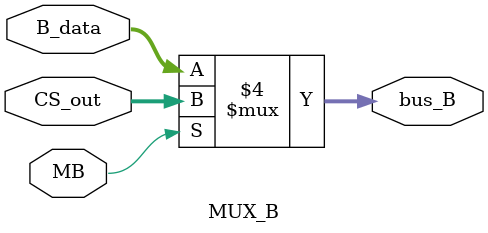
<source format=v>
`timescale 1ns / 1ps


module MUX_B(B_data,CS_out,bus_B,MB);
input [7:0] B_data;
input [7:0] CS_out;
input MB;
output reg [7:0] bus_B;
always@(MB)
begin
if(MB == 0)
begin
bus_B = B_data;
end
else
begin
bus_B = CS_out;
end
end
endmodule
</source>
